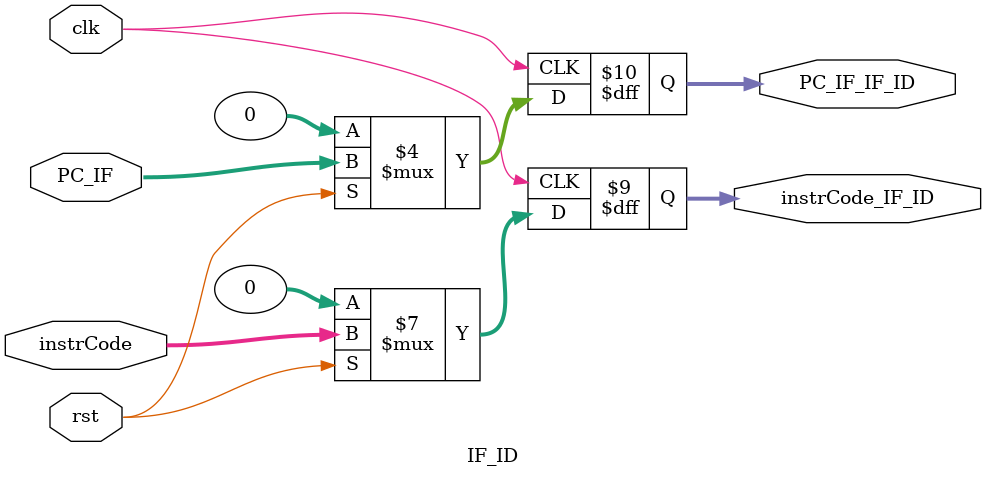
<source format=v>
module IF_ID (
    input wire clk,
    input wire rst,
    input wire [31:0] instrCode,
    input wire [31:0] PC_IF,
    output reg [31:0] instrCode_IF_ID,
    output reg [31:0] PC_IF_IF_ID
);

always @(posedge clk)
begin
    if (!rst)
    begin
        instrCode_IF_ID <= 32'd0;
        PC_IF_IF_ID <= 32'd0;
    end
    else
    begin
        instrCode_IF_ID <= instrCode;
        PC_IF_IF_ID <= PC_IF;
    end
end

endmodule

</source>
